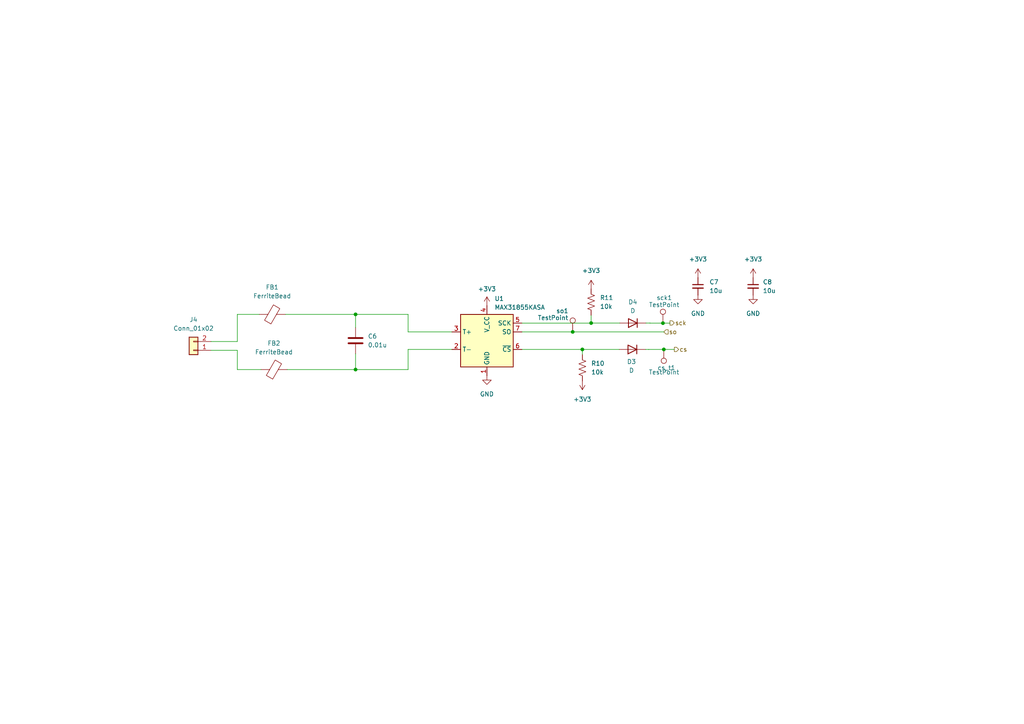
<source format=kicad_sch>
(kicad_sch (version 20230121) (generator eeschema)
  (paper "A4")
  (lib_symbols
    (symbol "Connector:TestPoint" (pin_numbers hide) (pin_names (offset 0.762) hide)
      (property "Reference" "TP" (at 0 6.858 0))
      (property "Value" "TestPoint" (at 0 5.08 0))
      (symbol "TestPoint_0_1"
        (circle (center 0 3.302) (radius 0.762))
      )
      (symbol "TestPoint_1_1"
        (pin passive line (at 0 0 90) (length 2.54) (name "1") (number "1"))
      )
    )
    (symbol "Device:C" (pin_numbers hide) (pin_names (offset 0.254))
      (property "Reference" "C" (at 0.635 2.54 0))
      (property "Value" "C" (at 0.635 -2.54 0))
      (symbol "C_0_1"
        (polyline (pts (xy -2.032 -0.762) (xy 2.032 -0.762)) (stroke (width 0.508)))
        (polyline (pts (xy -2.032 0.762) (xy 2.032 0.762)) (stroke (width 0.508)))
      )
      (symbol "C_1_1"
        (pin passive line (at 0 3.81 270) (length 2.794) (name "~") (number "1"))
        (pin passive line (at 0 -3.81 90) (length 2.794) (name "~") (number "2"))
      )
    )
    (symbol "Device:C_Small" (pin_numbers hide) (pin_names (offset 0.254) hide)
      (property "Reference" "C" (at 0.254 1.778 0))
      (property "Value" "C_Small" (at 0.254 -2.032 0))
      (symbol "C_Small_0_1"
        (polyline (pts (xy -1.524 -0.508) (xy 1.524 -0.508)) (stroke (width 0.3302)))
        (polyline (pts (xy -1.524 0.508) (xy 1.524 0.508)) (stroke (width 0.3048)))
      )
      (symbol "C_Small_1_1"
        (pin passive line (at 0 2.54 270) (length 2.032) (name "~") (number "1"))
        (pin passive line (at 0 -2.54 90) (length 2.032) (name "~") (number "2"))
      )
    )
    (symbol "Device:D" (pin_numbers hide) (pin_names (offset 1.016) hide)
      (property "Reference" "D" (at 0 2.54 0))
      (property "Value" "D" (at 0 -2.54 0))
      (symbol "D_0_1"
        (polyline (pts (xy -1.27 1.27) (xy -1.27 -1.27)) (stroke (width 0.254)))
        (polyline (pts (xy 1.27 0) (xy -1.27 0)))
        (polyline (pts (xy 1.27 1.27) (xy 1.27 -1.27) (xy -1.27 0) (xy 1.27 1.27)) (stroke (width 0.254)))
      )
      (symbol "D_1_1"
        (pin passive line (at -3.81 0 0) (length 2.54) (name "K") (number "1"))
        (pin passive line (at 3.81 0 180) (length 2.54) (name "A") (number "2"))
      )
    )
    (symbol "Device:FerriteBead" (pin_numbers hide) (pin_names (offset 0))
      (property "Reference" "FB" (at -3.81 0.635 90))
      (property "Value" "FerriteBead" (at 3.81 0 90))
      (symbol "FerriteBead_0_1"
        (polyline (pts (xy 0 -1.27) (xy 0 -1.2192)))
        (polyline (pts (xy 0 1.27) (xy 0 1.2954)))
        (polyline (pts (xy -2.7686 0.4064) (xy -1.7018 2.2606) (xy 2.7686 -0.3048) (xy 1.6764 -2.159) (xy -2.7686 0.4064)))
      )
      (symbol "FerriteBead_1_1"
        (pin passive line (at 0 3.81 270) (length 2.54) (name "~") (number "1"))
        (pin passive line (at 0 -3.81 90) (length 2.54) (name "~") (number "2"))
      )
    )
    (symbol "Device:R_US" (pin_numbers hide) (pin_names (offset 0))
      (property "Reference" "R" (at 2.54 0 90))
      (property "Value" "R_US" (at -2.54 0 90))
      (symbol "R_US_0_1"
        (polyline (pts (xy 0 -2.286) (xy 0 -2.54)))
        (polyline (pts (xy 0 2.286) (xy 0 2.54)))
        (polyline (pts (xy 0 -0.762) (xy 1.016 -1.143) (xy 0 -1.524) (xy -1.016 -1.905) (xy 0 -2.286)))
        (polyline (pts (xy 0 0.762) (xy 1.016 0.381) (xy 0 0) (xy -1.016 -0.381) (xy 0 -0.762)))
        (polyline (pts (xy 0 2.286) (xy 1.016 1.905) (xy 0 1.524) (xy -1.016 1.143) (xy 0 0.762)))
      )
      (symbol "R_US_1_1"
        (pin passive line (at 0 3.81 270) (length 1.27) (name "~") (number "1"))
        (pin passive line (at 0 -3.81 90) (length 1.27) (name "~") (number "2"))
      )
    )
    (symbol "PCM_4ms_Connector:Conn_01x02" (pin_names (offset 1.016) hide)
      (property "Reference" "J" (at 0 2.54 0))
      (property "Value" "Conn_01x02" (at 0 -5.08 0))
      (symbol "Conn_01x02_1_1"
        (rectangle (start -1.27 -2.413) (end 0 -2.667) (stroke (width 0.1524)))
        (rectangle (start -1.27 0.127) (end 0 -0.127) (stroke (width 0.1524)))
        (rectangle (start -1.27 1.27) (end 1.27 -3.81) (stroke (width 0.254)) (fill (type background)))
        (pin passive line (at -5.08 0 0) (length 3.81) (name "Pin_1") (number "1"))
        (pin passive line (at -5.08 -2.54 0) (length 3.81) (name "Pin_2") (number "2"))
      )
    )
    (symbol "PCM_4ms_Power-symbol:GND" (power) (pin_names (offset 0))
      (property "Value" "GND" (at 0 -3.81 0))
      (symbol "GND_0_1"
        (polyline (pts (xy 0 0) (xy 0 -1.27) (xy 1.27 -1.27) (xy 0 -2.54) (xy -1.27 -1.27) (xy 0 -1.27)))
      )
      (symbol "GND_1_1"
        (pin power_in line (at 0 0 270) (length 0) hide (name "GND") (number "1"))
      )
    )
    (symbol "Sensor_Temperature:MAX31855KASA"
      (property "Reference" "U" (at -7.62 8.89 0))
      (property "Value" "MAX31855KASA" (at 1.27 8.89 0))
      (symbol "MAX31855KASA_0_1"
        (rectangle (start -7.62 7.62) (end 7.62 -7.62) (stroke (width 0.254)) (fill (type background)))
      )
      (symbol "MAX31855KASA_1_1"
        (pin power_in line (at 0 -10.16 90) (length 2.54) (name "GND") (number "1"))
        (pin passive line (at -10.16 -2.54 0) (length 2.54) (name "T-") (number "2"))
        (pin passive line (at -10.16 2.54 0) (length 2.54) (name "T+") (number "3"))
        (pin power_in line (at 0 10.16 270) (length 2.54) (name "V_CC") (number "4"))
        (pin input line (at 10.16 5.08 180) (length 2.54) (name "SCK") (number "5"))
        (pin input line (at 10.16 -2.54 180) (length 2.54) (name "~{CS}") (number "6"))
        (pin tri_state line (at 10.16 2.54 180) (length 2.54) (name "SO") (number "7"))
      )
    )
    (symbol "power:+3V3" (power) (pin_names (offset 0))
      (property "Value" "+3V3" (at 0 3.556 0))
      (symbol "+3V3_0_1"
        (polyline (pts (xy -0.762 1.27) (xy 0 2.54)))
        (polyline (pts (xy 0 0) (xy 0 2.54)))
        (polyline (pts (xy 0 2.54) (xy 0.762 1.27)))
      )
      (symbol "+3V3_1_1"
        (pin power_in line (at 0 0 90) (length 0) hide (name "+3V3") (number "1"))
      )
    )
  )
  (junction (at 103.124 91.186))
  (junction (at 171.45 93.7))
  (junction (at 192.532 101.346))
  (junction (at 166.1092 96.266))
  (junction (at 103.124 107.188))
  (junction (at 168.91 101.3525))
  (junction (at 192.278 93.726))
  (wire (pts (xy 168.91 101.3525) (xy 179.6051 101.3525)))
  (wire (pts (xy 68.834 107.188) (xy 75.692 107.188)))
  (wire (pts (xy 151.384 101.346) (xy 168.91 101.346)))
  (wire (pts (xy 188.5218 93.726) (xy 192.278 93.726)))
  (wire (pts (xy 68.834 101.6) (xy 68.834 107.188)))
  (wire (pts (xy 151.384 93.726) (xy 171.45 93.726)))
  (wire (pts (xy 171.45 91.44) (xy 171.45 93.7)))
  (wire (pts (xy 68.834 99.06) (xy 68.834 91.186)))
  (wire (pts (xy 171.45 93.7) (xy 179.7389 93.7)))
  (wire (pts (xy 187.2251 101.3525) (xy 188.174 101.3525)))
  (wire (pts (xy 103.124 91.186) (xy 103.124 94.996)))
  (wire (pts (xy 188.174 101.346) (xy 192.532 101.346)))
  (wire (pts (xy 118.364 107.188) (xy 118.364 101.346)))
  (wire (pts (xy 83.312 107.188) (xy 103.124 107.188)))
  (wire (pts (xy 118.364 91.186) (xy 118.364 96.266)))
  (wire (pts (xy 103.124 91.186) (xy 118.364 91.186)))
  (wire (pts (xy 192.532 101.346) (xy 195.58 101.346)))
  (wire (pts (xy 194.31 93.726) (xy 192.278 93.726)))
  (wire (pts (xy 168.91 101.3525) (xy 168.91 101.346)))
  (wire (pts (xy 118.364 101.346) (xy 131.064 101.346)))
  (wire (pts (xy 194.31 93.6657) (xy 194.31 93.726)))
  (wire (pts (xy 61.214 99.06) (xy 68.834 99.06)))
  (wire (pts (xy 188.5218 93.7) (xy 188.5218 93.726)))
  (wire (pts (xy 118.364 96.266) (xy 131.064 96.266)))
  (wire (pts (xy 82.804 91.186) (xy 103.124 91.186)))
  (wire (pts (xy 168.91 101.3525) (xy 168.91 102.87)))
  (wire (pts (xy 68.834 91.186) (xy 75.184 91.186)))
  (wire (pts (xy 188.174 101.3525) (xy 188.174 101.346)))
  (wire (pts (xy 61.214 101.6) (xy 68.834 101.6)))
  (wire (pts (xy 171.45 93.7) (xy 171.45 93.726)))
  (wire (pts (xy 166.1092 96.266) (xy 192.532 96.266)))
  (wire (pts (xy 103.124 107.188) (xy 118.364 107.188)))
  (wire (pts (xy 151.384 96.266) (xy 166.1092 96.266)))
  (wire (pts (xy 103.124 102.616) (xy 103.124 107.188)))
  (wire (pts (xy 187.3589 93.7) (xy 188.5218 93.7)))
  (hierarchical_label "cs" (shape output) (at 195.58 101.346 0))
  (hierarchical_label "so" (shape input) (at 192.532 96.266 0))
  (hierarchical_label "sck" (shape output) (at 194.31 93.6657 0))
  (symbol (lib_id "Device:FerriteBead") (at 78.994 91.186 90) (unit 1)
    (property "Reference" "FB1" (at 78.9432 83.312 90))
    (property "Value" "FerriteBead" (at 78.9432 85.852 90))
    (property "Footprint" "Ferrite_SMD_AKL:Ferrite_0805_2012Metric_Pad1.05x1.20mm_BigPads" (effects hide))
  )
  (symbol (lib_id "Connector:TestPoint") (at 192.278 93.726 0) (unit 1)
    (property "Reference" "sck1" (at 190.3834 86.36 0) (effects (justify left)))
    (property "Value" "TestPoint" (at 188.1692 88.4033 0) (effects (justify left)))
    (property "Footprint" "PCM_4ms_TestPoint:TestPoint_Pad_06" (effects hide))
  )
  (symbol (lib_id "Device:FerriteBead") (at 79.502 107.188 90) (unit 1)
    (property "Reference" "FB2" (at 79.4512 99.568 90))
    (property "Value" "FerriteBead" (at 79.4512 102.108 90))
    (property "Footprint" "Ferrite_SMD_AKL:Ferrite_0805_2012Metric_Pad1.05x1.20mm_BigPads" (effects hide))
  )
  (symbol (lib_id "PCM_4ms_Power-symbol:GND") (at 141.224 108.966 0) (unit 1)
    (property "Reference" "#PWR020" (effects hide))
    (property "Value" "GND" (at 141.224 114.3 0))
  )
  (symbol (lib_id "power:+3V3") (at 202.438 80.518 0) (unit 1)
    (property "Reference" "#PWR023" (effects hide))
    (property "Value" "+3V3" (at 202.438 75.184 0))
  )
  (symbol (lib_id "Device:R_US") (at 171.45 87.63 0) (unit 1)
    (property "Reference" "R11" (at 173.99 86.36 0) (effects (justify left)))
    (property "Value" "10k" (at 173.99 88.9 0) (effects (justify left)))
    (property "Footprint" "Resistor_SMD:R_0805_2012Metric_Pad1.20x1.40mm_HandSolder" (effects hide))
  )
  (symbol (lib_id "Connector:TestPoint") (at 166.1092 96.266 0) (unit 1)
    (property "Reference" "so1" (at 161.29 90.17 0) (effects (justify left)))
    (property "Value" "TestPoint" (at 155.9382 92.1753 0) (effects (justify left)))
    (property "Footprint" "PCM_4ms_TestPoint:TestPoint_Pad_06" (effects hide))
  )
  (symbol (lib_id "Device:R_US") (at 168.91 106.68 0) (unit 1)
    (property "Reference" "R10" (at 171.45 105.41 0) (effects (justify left)))
    (property "Value" "10k" (at 171.45 107.95 0) (effects (justify left)))
    (property "Footprint" "Resistor_SMD:R_0805_2012Metric_Pad1.20x1.40mm_HandSolder" (effects hide))
  )
  (symbol (lib_id "Device:C") (at 103.124 98.806 0) (unit 1)
    (property "Reference" "C6" (at 106.68 97.536 0) (effects (justify left)))
    (property "Value" "0.01u" (at 106.68 100.076 0) (effects (justify left)))
    (property "Footprint" "Capacitor_SMD:C_0805_2012Metric_Pad1.18x1.45mm_HandSolder" (effects hide))
  )
  (symbol (lib_id "Connector:TestPoint") (at 192.532 101.346 180) (unit 1)
    (property "Reference" "cs_t1" (at 190.6711 106.68 0) (effects (justify right)))
    (property "Value" "TestPoint" (at 188.1311 107.95 0) (effects (justify right)))
    (property "Footprint" "PCM_4ms_TestPoint:TestPoint_Pad_06" (effects hide))
  )
  (symbol (lib_id "Device:C_Small") (at 218.44 83.058 0) (unit 1)
    (property "Reference" "C8" (at 221.234 81.7943 0) (effects (justify left)))
    (property "Value" "10u" (at 221.234 84.3343 0) (effects (justify left)))
    (property "Footprint" "Capacitor_SMD:C_0805_2012Metric_Pad1.18x1.45mm_HandSolder" (effects hide))
  )
  (symbol (lib_id "power:+3V3") (at 168.91 110.49 180) (unit 1)
    (property "Reference" "#PWR021" (effects hide))
    (property "Value" "+3V3" (at 168.91 115.824 0))
  )
  (symbol (lib_id "Sensor_Temperature:MAX31855KASA") (at 141.224 98.806 0) (unit 1)
    (property "Reference" "U1" (at 143.4181 86.614 0) (effects (justify left)))
    (property "Value" "MAX31855KASA" (at 143.4181 89.154 0) (effects (justify left)))
    (property "Footprint" "Package_SO:SOIC-8_3.9x4.9mm_P1.27mm" (effects hide))
    (property "Datasheet" "http://datasheets.maximintegrated.com/en/ds/MAX31855.pdf" (effects hide))
    (instances (project "battery monitoring board" (path "" (reference "U1") (unit 1)) (path "" (reference "U2") (unit 1))))
  )
  (symbol (lib_id "Device:C_Small") (at 202.438 83.058 0) (unit 1)
    (property "Reference" "C7" (at 205.74 81.7943 0) (effects (justify left)))
    (property "Value" "10u" (at 205.74 84.3343 0) (effects (justify left)))
    (property "Footprint" "Capacitor_SMD:C_0805_2012Metric_Pad1.18x1.45mm_HandSolder" (effects hide))
  )
  (symbol (lib_id "Device:D") (at 183.5489 93.7 180) (unit 1)
    (property "Reference" "D4" (at 183.5489 87.604 0))
    (property "Value" "D" (at 183.5489 90.144 0))
    (property "Footprint" "Diode_SMD:D_0805_2012Metric_Pad1.15x1.40mm_HandSolder" (effects hide))
    (property "Sim.Device" "D" (effects hide))
    (property "Sim.Pins" "1=K 2=A" (effects hide))
  )
  (symbol (lib_id "PCM_4ms_Power-symbol:GND") (at 202.438 85.598 0) (unit 1)
    (property "Reference" "#PWR024" (effects hide))
    (property "Value" "GND" (at 202.438 90.932 0))
  )
  (symbol (lib_id "Device:D") (at 183.4151 101.3525 180) (unit 1)
    (property "Reference" "D3" (at 183.1611 104.9085 0))
    (property "Value" "D" (at 183.1611 107.4485 0))
    (property "Footprint" "Diode_SMD:D_0805_2012Metric_Pad1.15x1.40mm_HandSolder" (effects hide))
    (property "Sim.Device" "D" (effects hide))
    (property "Sim.Pins" "1=K 2=A" (effects hide))
  )
  (symbol (lib_id "PCM_4ms_Power-symbol:GND") (at 218.44 85.598 0) (unit 1)
    (property "Reference" "#PWR026" (effects hide))
    (property "Value" "GND" (at 218.44 90.932 0))
  )
  (symbol (lib_id "PCM_4ms_Connector:Conn_01x02") (at 56.134 101.6 180) (unit 1)
    (property "Reference" "J4" (at 56.134 92.71 0))
    (property "Value" "Conn_01x02" (at 56.134 95.25 0))
    (property "Footprint" "Library:TE_282836-2" (effects hide))
    (property "Specifications" "Pins_01x02, Header, Male Pins, 1*2, spacing 2.54mm, straight pin" (effects hide))
    (property "Manufacturer" "TAD" (effects hide))
    (property "Part Number" "1-0201FBV0T" (effects hide))
  )
  (symbol (lib_id "power:+3V3") (at 218.44 80.518 0) (unit 1)
    (property "Reference" "#PWR025" (effects hide))
    (property "Value" "+3V3" (at 218.44 75.184 0))
  )
  (symbol (lib_id "power:+3V3") (at 141.224 88.646 0) (unit 1)
    (property "Reference" "#PWR019" (effects hide))
    (property "Value" "+3V3" (at 141.224 83.82 0))
  )
  (symbol (lib_id "power:+3V3") (at 171.45 83.82 0) (unit 1)
    (property "Reference" "#PWR022" (effects hide))
    (property "Value" "+3V3" (at 171.45 78.486 0))
  )
)
</source>
